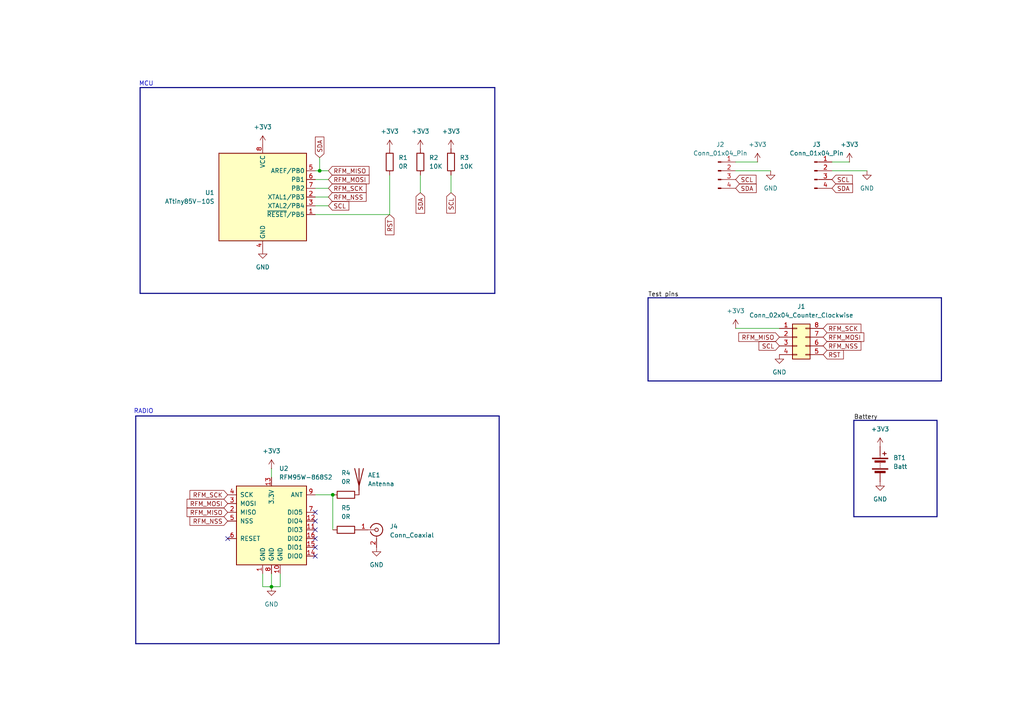
<source format=kicad_sch>
(kicad_sch (version 20250114) (generator "eeschema") (generator_version "9.0")
  (paper "A4")
  (lib_symbols
    (symbol "Connector:Conn_01x04_Pin" (pin_names (offset 1.016) (hide yes))
      (property "Reference" "J" (at 0 5.08 0))
      (property "Value" "Conn_01x04_Pin" (at 0 -7.62 0))
      (symbol "Conn_01x04_Pin_1_1"
        (rectangle (start 0.8636 2.667) (end 0 2.413) (stroke (width 0.1524)) (fill (type outline)))
        (rectangle (start 0.8636 0.127) (end 0 -0.127) (stroke (width 0.1524)) (fill (type outline)))
        (rectangle (start 0.8636 -2.413) (end 0 -2.667) (stroke (width 0.1524)) (fill (type outline)))
        (rectangle (start 0.8636 -4.953) (end 0 -5.207) (stroke (width 0.1524)) (fill (type outline)))
        (polyline (pts (xy 1.27 2.54) (xy 0.8636 2.54)) (stroke (width 0.1524)))
        (polyline (pts (xy 1.27 0) (xy 0.8636 0)) (stroke (width 0.1524)))
        (polyline (pts (xy 1.27 -2.54) (xy 0.8636 -2.54)) (stroke (width 0.1524)))
        (polyline (pts (xy 1.27 -5.08) (xy 0.8636 -5.08)) (stroke (width 0.1524)))
        (pin passive line (at 5.08 2.54 180) (length 3.81) (name "Pin_1") (number "1"))
        (pin passive line (at 5.08 0 180) (length 3.81) (name "Pin_2") (number "2"))
        (pin passive line (at 5.08 -2.54 180) (length 3.81) (name "Pin_3") (number "3"))
        (pin passive line (at 5.08 -5.08 180) (length 3.81) (name "Pin_4") (number "4"))
      )
    )
    (symbol "Connector:Conn_Coaxial" (pin_names (offset 1.016) (hide yes))
      (property "Reference" "J" (at 0.254 3.048 0))
      (property "Value" "Conn_Coaxial" (at 2.921 0 90))
      (symbol "Conn_Coaxial_0_1"
        (polyline (pts (xy -2.54 0) (xy -0.508 0)))
        (arc (start 1.778 0) (mid 0.222 -1.8079) (end -1.778 -0.508) (stroke (width 0.254)))
        (arc (start -1.778 0.508) (mid 0.2221 1.8084) (end 1.778 0) (stroke (width 0.254)))
        (circle (center 0 0) (radius 0.508) (stroke (width 0.2032)))
        (polyline (pts (xy 0 -2.54) (xy 0 -1.778)))
      )
      (symbol "Conn_Coaxial_1_1"
        (pin passive line (at -5.08 0 0) (length 2.54) (name "In") (number "1"))
        (pin passive line (at 0 -5.08 90) (length 2.54) (name "Ext") (number "2"))
      )
    )
    (symbol "Connector_Generic:Conn_02x04_Counter_Clockwise" (pin_names (offset 1.016) (hide yes))
      (property "Reference" "J" (at 1.27 5.08 0))
      (property "Value" "Conn_02x04_Counter_Clockwise" (at 1.27 -7.62 0))
      (symbol "Conn_02x04_Counter_Clockwise_1_1"
        (rectangle (start -1.27 3.81) (end 3.81 -6.35) (stroke (width 0.254)) (fill (type background)))
        (rectangle (start -1.27 2.667) (end 0 2.413) (stroke (width 0.1524)))
        (rectangle (start -1.27 0.127) (end 0 -0.127) (stroke (width 0.1524)))
        (rectangle (start -1.27 -2.413) (end 0 -2.667) (stroke (width 0.1524)))
        (rectangle (start -1.27 -4.953) (end 0 -5.207) (stroke (width 0.1524)))
        (rectangle (start 3.81 2.667) (end 2.54 2.413) (stroke (width 0.1524)))
        (rectangle (start 3.81 0.127) (end 2.54 -0.127) (stroke (width 0.1524)))
        (rectangle (start 3.81 -2.413) (end 2.54 -2.667) (stroke (width 0.1524)))
        (rectangle (start 3.81 -4.953) (end 2.54 -5.207) (stroke (width 0.1524)))
        (pin passive line (at -5.08 2.54 0) (length 3.81) (name "Pin_1") (number "1"))
        (pin passive line (at -5.08 0 0) (length 3.81) (name "Pin_2") (number "2"))
        (pin passive line (at -5.08 -2.54 0) (length 3.81) (name "Pin_3") (number "3"))
        (pin passive line (at -5.08 -5.08 0) (length 3.81) (name "Pin_4") (number "4"))
        (pin passive line (at 7.62 2.54 180) (length 3.81) (name "Pin_8") (number "8"))
        (pin passive line (at 7.62 0 180) (length 3.81) (name "Pin_7") (number "7"))
        (pin passive line (at 7.62 -2.54 180) (length 3.81) (name "Pin_6") (number "6"))
        (pin passive line (at 7.62 -5.08 180) (length 3.81) (name "Pin_5") (number "5"))
      )
    )
    (symbol "Device:Antenna" (pin_numbers (hide yes)) (pin_names (offset 1.016) (hide yes))
      (property "Reference" "AE" (at -1.905 1.905 0))
      (property "Value" "Antenna" (at -1.905 0 0))
      (symbol "Antenna_0_1"
        (polyline (pts (xy 0 2.54) (xy 0 -3.81)) (stroke (width 0.254)))
        (polyline (pts (xy 1.27 2.54) (xy 0 -2.54) (xy -1.27 2.54)) (stroke (width 0.254)))
      )
      (symbol "Antenna_1_1"
        (pin input line (at 0 -5.08 90) (length 2.54) (name "A") (number "1"))
      )
    )
    (symbol "Device:Battery" (pin_numbers (hide yes)) (pin_names (offset 0) (hide yes))
      (property "Reference" "BT" (at 2.54 2.54 0))
      (property "Value" "Battery" (at 2.54 0 0))
      (symbol "Battery_0_1"
        (rectangle (start -2.286 1.778) (end 2.286 1.524) (fill (type outline)))
        (rectangle (start -2.286 -1.27) (end 2.286 -1.524) (fill (type outline)))
        (rectangle (start -1.524 1.016) (end 1.524 0.508) (fill (type outline)))
        (rectangle (start -1.524 -2.032) (end 1.524 -2.54) (fill (type outline)))
        (polyline (pts (xy 0 1.778) (xy 0 2.54)))
        (polyline (pts (xy 0 0) (xy 0 0.254)))
        (polyline (pts (xy 0 -0.508) (xy 0 -0.254)))
        (polyline (pts (xy 0 -1.016) (xy 0 -0.762)))
        (polyline (pts (xy 0.762 3.048) (xy 1.778 3.048)) (stroke (width 0.254)))
        (polyline (pts (xy 1.27 3.556) (xy 1.27 2.54)) (stroke (width 0.254)))
      )
      (symbol "Battery_1_1"
        (pin passive line (at 0 5.08 270) (length 2.54) (name "+") (number "1"))
        (pin passive line (at 0 -5.08 90) (length 2.54) (name "-") (number "2"))
      )
    )
    (symbol "Device:R" (pin_numbers (hide yes)) (pin_names (offset 0))
      (property "Reference" "R" (at 2.032 0 90))
      (property "Value" "R" (at 0 0 90))
      (symbol "R_0_1"
        (rectangle (start -1.016 -2.54) (end 1.016 2.54) (stroke (width 0.254)))
      )
      (symbol "R_1_1"
        (pin passive line (at 0 3.81 270) (length 1.27) (name "~") (number "1"))
        (pin passive line (at 0 -3.81 90) (length 1.27) (name "~") (number "2"))
      )
    )
    (symbol "MCU_Microchip_ATtiny:ATtiny85V-10S"
      (property "Reference" "U" (at -12.7 13.97 0))
      (property "Value" "ATtiny85V-10S" (at 2.54 -13.97 0))
      (symbol "ATtiny85V-10S_0_1"
        (rectangle (start -12.7 -12.7) (end 12.7 12.7) (stroke (width 0.254)) (fill (type background)))
      )
      (symbol "ATtiny85V-10S_1_1"
        (pin power_in line (at 0 15.24 270) (length 2.54) (name "VCC") (number "8"))
        (pin power_in line (at 0 -15.24 90) (length 2.54) (name "GND") (number "4"))
        (pin bidirectional line (at 15.24 7.62 180) (length 2.54) (name "AREF/PB0") (number "5"))
        (pin bidirectional line (at 15.24 5.08 180) (length 2.54) (name "PB1") (number "6"))
        (pin bidirectional line (at 15.24 2.54 180) (length 2.54) (name "PB2") (number "7"))
        (pin bidirectional line (at 15.24 0 180) (length 2.54) (name "XTAL1/PB3") (number "2"))
        (pin bidirectional line (at 15.24 -2.54 180) (length 2.54) (name "XTAL2/PB4") (number "3"))
        (pin bidirectional line (at 15.24 -5.08 180) (length 2.54) (name "~{RESET}/PB5") (number "1"))
      )
    )
    (symbol "RF_Module:RFM95W-868S2" (pin_names (offset 1.016))
      (property "Reference" "U" (at -10.414 11.684 0))
      (property "Value" "RFM95W-868S2" (at 1.524 11.43 0))
      (symbol "RFM95W-868S2_0_1"
        (rectangle (start -10.16 10.16) (end 10.16 -12.7) (stroke (width 0.254)) (fill (type background)))
      )
      (symbol "RFM95W-868S2_1_1"
        (pin input line (at -12.7 7.62 0) (length 2.54) (name "SCK") (number "4"))
        (pin input line (at -12.7 5.08 0) (length 2.54) (name "MOSI") (number "3"))
        (pin output line (at -12.7 2.54 0) (length 2.54) (name "MISO") (number "2"))
        (pin input line (at -12.7 0 0) (length 2.54) (name "NSS") (number "5"))
        (pin bidirectional line (at -12.7 -5.08 0) (length 2.54) (name "RESET") (number "6"))
        (pin power_in line (at -2.54 -15.24 90) (length 2.54) (name "GND") (number "1"))
        (pin power_in line (at 0 12.7 270) (length 2.54) (name "3.3V") (number "13"))
        (pin power_in line (at 0 -15.24 90) (length 2.54) (name "GND") (number "8"))
        (pin power_in line (at 2.54 -15.24 90) (length 2.54) (name "GND") (number "10"))
        (pin bidirectional line (at 12.7 7.62 180) (length 2.54) (name "ANT") (number "9"))
        (pin bidirectional line (at 12.7 2.54 180) (length 2.54) (name "DIO5") (number "7"))
        (pin bidirectional line (at 12.7 0 180) (length 2.54) (name "DIO4") (number "12"))
        (pin bidirectional line (at 12.7 -2.54 180) (length 2.54) (name "DIO3") (number "11"))
        (pin bidirectional line (at 12.7 -5.08 180) (length 2.54) (name "DIO2") (number "16"))
        (pin bidirectional line (at 12.7 -7.62 180) (length 2.54) (name "DIO1") (number "15"))
        (pin bidirectional line (at 12.7 -10.16 180) (length 2.54) (name "DIO0") (number "14"))
      )
    )
    (symbol "power:+1V0" (power) (pin_numbers (hide yes)) (pin_names (offset 0) (hide yes))
      (property "Value" "+1V0" (at 0 3.556 0))
      (symbol "+1V0_0_1"
        (polyline (pts (xy -0.762 1.27) (xy 0 2.54)))
        (polyline (pts (xy 0 2.54) (xy 0.762 1.27)))
        (polyline (pts (xy 0 0) (xy 0 2.54)))
      )
      (symbol "+1V0_1_1"
        (pin power_in line (at 0 0 90) (length 0) (name "~") (number "1"))
      )
    )
    (symbol "power:+3V3" (power) (pin_numbers (hide yes)) (pin_names (offset 0) (hide yes))
      (property "Value" "+3V3" (at 0 3.556 0))
      (symbol "+3V3_0_1"
        (polyline (pts (xy -0.762 1.27) (xy 0 2.54)))
        (polyline (pts (xy 0 2.54) (xy 0.762 1.27)))
        (polyline (pts (xy 0 0) (xy 0 2.54)))
      )
      (symbol "+3V3_1_1"
        (pin power_in line (at 0 0 90) (length 0) (name "~") (number "1"))
      )
    )
    (symbol "power:GND" (power) (pin_numbers (hide yes)) (pin_names (offset 0) (hide yes))
      (property "Value" "GND" (at 0 -3.81 0))
      (symbol "GND_0_1"
        (polyline (pts (xy 0 0) (xy 0 -1.27) (xy 1.27 -1.27) (xy 0 -2.54) (xy -1.27 -1.27) (xy 0 -1.27)))
      )
      (symbol "GND_1_1"
        (pin power_in line (at 0 0 270) (length 0) (name "~") (number "1"))
      )
    )
  )
  (text "MCU\n" (at 42.418 24.384 0) (effects (font (size 1.27 1.27))))
  (text "RADIO" (at 41.656 119.38 0) (effects (font (size 1.27 1.27))))
  (junction (at 78.74 170.18))
  (junction (at 96.52 143.51))
  (junction (at 92.71 49.53))
  (no_connect (at 91.44 161.29))
  (no_connect (at 66.04 156.21))
  (no_connect (at 91.44 156.21))
  (no_connect (at 91.44 158.75))
  (no_connect (at 91.44 153.67))
  (no_connect (at 91.44 151.13))
  (no_connect (at 91.44 148.59))
  (wire (pts (xy 213.36 95.25) (xy 226.06 95.25)))
  (wire (pts (xy 91.44 143.51) (xy 96.52 143.51)))
  (wire (pts (xy 95.25 57.15) (xy 91.44 57.15)))
  (wire (pts (xy 96.52 143.51) (xy 96.52 153.67)))
  (wire (pts (xy 76.2 166.37) (xy 76.2 170.18)))
  (wire (pts (xy 92.71 49.53) (xy 91.44 49.53)))
  (wire (pts (xy 246.38 46.99) (xy 241.3 46.99)))
  (wire (pts (xy 130.81 50.8) (xy 130.81 55.88)))
  (wire (pts (xy 95.25 52.07) (xy 91.44 52.07)))
  (bus (pts (xy 271.78 149.86) (xy 247.65 149.86)))
  (wire (pts (xy 95.25 59.69) (xy 91.44 59.69)))
  (wire (pts (xy 78.74 170.18) (xy 78.74 166.37)))
  (bus (pts (xy 187.96 86.36) (xy 187.96 110.49)))
  (bus (pts (xy 187.96 86.36) (xy 273.05 86.36)))
  (wire (pts (xy 95.25 49.53) (xy 92.71 49.53)))
  (bus (pts (xy 247.65 121.92) (xy 271.78 121.92)))
  (wire (pts (xy 76.2 170.18) (xy 78.74 170.18)))
  (wire (pts (xy 95.25 54.61) (xy 91.44 54.61)))
  (bus (pts (xy 271.78 121.92) (xy 271.78 149.86)))
  (bus (pts (xy 39.37 120.65) (xy 39.37 186.69)))
  (wire (pts (xy 92.71 45.72) (xy 92.71 49.53)))
  (wire (pts (xy 78.74 135.89) (xy 78.74 138.43)))
  (wire (pts (xy 251.46 49.53) (xy 241.3 49.53)))
  (wire (pts (xy 81.28 166.37) (xy 81.28 170.18)))
  (wire (pts (xy 219.71 46.99) (xy 213.36 46.99)))
  (wire (pts (xy 113.03 50.8) (xy 113.03 62.23)))
  (bus (pts (xy 39.37 120.65) (xy 144.78 120.65)))
  (wire (pts (xy 81.28 170.18) (xy 78.74 170.18)))
  (wire (pts (xy 91.44 62.23) (xy 113.03 62.23)))
  (wire (pts (xy 121.92 50.8) (xy 121.92 55.88)))
  (bus (pts (xy 40.64 85.09) (xy 143.51 85.09)))
  (bus (pts (xy 143.51 85.09) (xy 143.51 25.4)))
  (bus (pts (xy 144.78 120.65) (xy 144.78 186.69)))
  (bus (pts (xy 273.05 86.36) (xy 273.05 110.49)))
  (wire (pts (xy 223.52 49.53) (xy 213.36 49.53)))
  (bus (pts (xy 143.51 25.4) (xy 40.64 25.4)))
  (bus (pts (xy 247.65 121.92) (xy 247.65 149.86)))
  (bus (pts (xy 273.05 110.49) (xy 187.96 110.49)))
  (bus (pts (xy 40.64 25.4) (xy 40.64 85.09)))
  (bus (pts (xy 144.78 186.69) (xy 39.37 186.69)))
  (label "Battery" (at 247.65 121.92 0))
  (label "Test pins" (at 187.96 86.36 0))
  (global_label "RFM_MISO" (shape input) (at 66.04 148.59 180) (property "Intersheetrefs" "${INTERSHEET_REFS}" (effects (hide yes))))
  (global_label "SCL" (shape input) (at 241.3 52.07 0) (property "Intersheetrefs" "${INTERSHEET_REFS}" (effects (hide yes))))
  (global_label "RFM_SCK" (shape input) (at 66.04 143.51 180) (property "Intersheetrefs" "${INTERSHEET_REFS}" (effects (hide yes))))
  (global_label "RST" (shape input) (at 238.76 102.87 0) (property "Intersheetrefs" "${INTERSHEET_REFS}" (effects (hide yes))))
  (global_label "RFM_MISO" (shape input) (at 95.25 49.53 0) (property "Intersheetrefs" "${INTERSHEET_REFS}" (effects (hide yes))))
  (global_label "RFM_SCK" (shape input) (at 238.76 95.25 0) (property "Intersheetrefs" "${INTERSHEET_REFS}" (effects (hide yes))))
  (global_label "RFM_MISO" (shape input) (at 226.06 97.79 180) (property "Intersheetrefs" "${INTERSHEET_REFS}" (effects (hide yes))))
  (global_label "SDA" (shape input) (at 241.3 54.61 0) (property "Intersheetrefs" "${INTERSHEET_REFS}" (effects (hide yes))))
  (global_label "RFM_NSS" (shape input) (at 66.04 151.13 180) (property "Intersheetrefs" "${INTERSHEET_REFS}" (effects (hide yes))))
  (global_label "SCL" (shape input) (at 130.81 55.88 270) (property "Intersheetrefs" "${INTERSHEET_REFS}" (effects (hide yes))))
  (global_label "RFM_MOSI" (shape input) (at 95.25 52.07 0) (property "Intersheetrefs" "${INTERSHEET_REFS}" (effects (hide yes))))
  (global_label "SDA" (shape input) (at 92.71 45.72 90) (property "Intersheetrefs" "${INTERSHEET_REFS}" (effects (hide yes))))
  (global_label "RFM_NSS" (shape input) (at 238.76 100.33 0) (property "Intersheetrefs" "${INTERSHEET_REFS}" (effects (hide yes))))
  (global_label "RFM_NSS" (shape input) (at 95.25 57.15 0) (property "Intersheetrefs" "${INTERSHEET_REFS}" (effects (hide yes))))
  (global_label "RFM_MOSI" (shape input) (at 238.76 97.79 0) (property "Intersheetrefs" "${INTERSHEET_REFS}" (effects (hide yes))))
  (global_label "SCL" (shape input) (at 213.36 52.07 0) (property "Intersheetrefs" "${INTERSHEET_REFS}" (effects (hide yes))))
  (global_label "SCL" (shape input) (at 95.25 59.69 0) (property "Intersheetrefs" "${INTERSHEET_REFS}" (effects (hide yes))))
  (global_label "RFM_MOSI" (shape input) (at 66.04 146.05 180) (property "Intersheetrefs" "${INTERSHEET_REFS}" (effects (hide yes))))
  (global_label "RST" (shape input) (at 113.03 62.23 270) (property "Intersheetrefs" "${INTERSHEET_REFS}" (effects (hide yes))))
  (global_label "SDA" (shape input) (at 121.92 55.88 270) (property "Intersheetrefs" "${INTERSHEET_REFS}" (effects (hide yes))))
  (global_label "SCL" (shape input) (at 226.06 100.33 180) (property "Intersheetrefs" "${INTERSHEET_REFS}" (effects (hide yes))))
  (global_label "SDA" (shape input) (at 213.36 54.61 0) (property "Intersheetrefs" "${INTERSHEET_REFS}" (effects (hide yes))))
  (global_label "RFM_SCK" (shape input) (at 95.25 54.61 0) (property "Intersheetrefs" "${INTERSHEET_REFS}" (effects (hide yes))))
  (symbol (lib_id "power:GND") (at 226.06 102.87 0) (unit 1)
    (property "Reference" "#PWR023" (effects (hide yes)))
    (property "Value" "GND" (at 226.06 107.95 0))
    (property "Description" "Power symbol creates a global label with name \"GND\" , ground" (effects (hide yes)))
  )
  (symbol (lib_id "Device:Antenna") (at 104.14 138.43 0) (unit 1)
    (property "Reference" "AE1" (at 106.68 137.7949 0) (effects (justify left)))
    (property "Value" "Antenna" (at 106.68 140.3349 0) (effects (justify left)))
    (property "Footprint" "RF_Antenna:Texas_SWRA416_868MHz_915MHz" (effects (hide yes)))
    (property "Description" "Antenna" (effects (hide yes)))
  )
  (symbol (lib_id "Connector:Conn_01x04_Pin") (at 236.22 49.53 0) (unit 1)
    (property "Reference" "J3" (at 236.855 41.91 0))
    (property "Value" "Conn_01x04_Pin" (at 236.855 44.45 0))
    (property "Footprint" "Connector_PinHeader_2.54mm:PinHeader_1x04_P2.54mm_Vertical" (effects (hide yes)))
    (property "Description" "Generic connector, single row, 01x04, script generated" (effects (hide yes)))
  )
  (symbol (lib_id "power:+3V3") (at 113.03 43.18 0) (unit 1)
    (property "Reference" "#PWR08" (effects (hide yes)))
    (property "Value" "+3V3" (at 113.03 38.1 0))
    (property "Description" "Power symbol creates a global label with name \"+3V3\"" (effects (hide yes)))
  )
  (symbol (lib_id "Connector_Generic:Conn_02x04_Counter_Clockwise") (at 231.14 97.79 0) (unit 1)
    (property "Reference" "J1" (at 232.41 88.9 0))
    (property "Value" "Conn_02x04_Counter_Clockwise" (at 232.41 91.44 0))
    (property "Footprint" "Connector_PinHeader_2.54mm:PinHeader_2x04_P2.54mm_Vertical" (effects (hide yes)))
    (property "Description" "Generic connector, double row, 02x04, counter clockwise pin numbering scheme (similar to DIP package numbering), script generated (kicad-library-utils/schlib/autogen/connector/)" (effects (hide yes)))
  )
  (symbol (lib_id "power:+1V0") (at 255.27 129.54 0) (unit 1)
    (property "Reference" "#PWR012" (effects (hide yes)))
    (property "Value" "+3V3" (at 255.27 124.46 0))
    (property "Description" "Power symbol creates a global label with name \"+1V0\"" (effects (hide yes)))
  )
  (symbol (lib_id "power:GND") (at 78.74 170.18 0) (unit 1)
    (property "Reference" "#PWR06" (effects (hide yes)))
    (property "Value" "GND" (at 78.74 175.26 0))
    (property "Description" "Power symbol creates a global label with name \"GND\" , ground" (effects (hide yes)))
  )
  (symbol (lib_id "Connector:Conn_Coaxial") (at 109.22 153.67 0) (unit 1)
    (property "Reference" "J4" (at 113.03 152.6931 0) (effects (justify left)))
    (property "Value" "Conn_Coaxial" (at 113.03 155.2331 0) (effects (justify left)))
    (property "Footprint" "Connector_Coaxial:U.FL_Molex_MCRF_73412-0110_Vertical" (effects (hide yes)))
    (property "Description" "coaxial connector (BNC, SMA, SMB, SMC, Cinch/RCA, LEMO, ...)" (effects (hide yes)))
  )
  (symbol (lib_id "Device:R") (at 113.03 46.99 0) (unit 1)
    (property "Reference" "R1" (at 115.57 45.7199 0) (effects (justify left)))
    (property "Value" "0R" (at 115.57 48.2599 0) (effects (justify left)))
    (property "Footprint" "Capacitor_SMD:C_0805_2012Metric_Pad1.18x1.45mm_HandSolder" (effects (hide yes)))
    (property "Description" "Resistor" (effects (hide yes)))
  )
  (symbol (lib_id "power:GND") (at 109.22 158.75 0) (unit 1)
    (property "Reference" "#PWR014" (effects (hide yes)))
    (property "Value" "GND" (at 109.22 163.83 0))
    (property "Description" "Power symbol creates a global label with name \"GND\" , ground" (effects (hide yes)))
  )
  (symbol (lib_id "RF_Module:RFM95W-868S2") (at 78.74 151.13 0) (unit 1)
    (property "Reference" "U2" (at 80.9341 135.89 0) (effects (justify left)))
    (property "Value" "RFM95W-868S2" (at 80.9341 138.43 0) (effects (justify left)))
    (property "Footprint" "RF_Module:HOPERF_RFM9XW_SMD" (effects (hide yes)))
    (property "Datasheet" "https://www.hoperf.com/data/upload/portal/20181127/5bfcbea20e9ef.pdf" (effects (hide yes)))
    (property "Description" "Low power long range transceiver module, SPI and parallel interface, 868 MHz, spreading factor 6 to12, bandwidth 7.8 to 500kHz, -111 to -148 dBm, SMD-16, DIP-16" (effects (hide yes)))
  )
  (symbol (lib_id "Device:Battery") (at 255.27 134.62 0) (unit 1)
    (property "Reference" "BT1" (at 259.08 132.7784 0) (effects (justify left)))
    (property "Value" "Batt" (at 259.08 135.3184 0) (effects (justify left)))
    (property "Footprint" "Battery:BatteryHolder_MYOUNG_BS-07-A1BJ001_CR2032" (effects (hide yes)))
    (property "Description" "Multiple-cell battery" (effects (hide yes)))
  )
  (symbol (lib_id "power:GND") (at 255.27 139.7 0) (unit 1)
    (property "Reference" "#PWR011" (effects (hide yes)))
    (property "Value" "GND" (at 255.27 144.78 0))
    (property "Description" "Power symbol creates a global label with name \"GND\" , ground" (effects (hide yes)))
  )
  (symbol (lib_id "power:GND") (at 76.2 72.39 0) (unit 1)
    (property "Reference" "#PWR01" (effects (hide yes)))
    (property "Value" "GND" (at 76.2 77.47 0))
    (property "Description" "Power symbol creates a global label with name \"GND\" , ground" (effects (hide yes)))
  )
  (symbol (lib_id "Device:R") (at 100.33 143.51 270) (unit 1)
    (property "Reference" "R4" (at 100.33 137.16 90))
    (property "Value" "0R" (at 100.33 139.7 90))
    (property "Footprint" "Capacitor_SMD:C_0805_2012Metric_Pad1.18x1.45mm_HandSolder" (effects (hide yes)))
    (property "Description" "Resistor" (effects (hide yes)))
  )
  (symbol (lib_id "power:+3V3") (at 246.38 46.99 0) (unit 1)
    (property "Reference" "#PWR013" (effects (hide yes)))
    (property "Value" "+3V3" (at 246.38 41.91 0))
    (property "Description" "Power symbol creates a global label with name \"+3V3\"" (effects (hide yes)))
  )
  (symbol (lib_id "power:+3V3") (at 219.71 46.99 0) (unit 1)
    (property "Reference" "#PWR010" (effects (hide yes)))
    (property "Value" "+3V3" (at 219.71 41.91 0))
    (property "Description" "Power symbol creates a global label with name \"+3V3\"" (effects (hide yes)))
  )
  (symbol (lib_id "Device:R") (at 121.92 46.99 0) (unit 1)
    (property "Reference" "R2" (at 124.46 45.7199 0) (effects (justify left)))
    (property "Value" "10K" (at 124.46 48.2599 0) (effects (justify left)))
    (property "Footprint" "Capacitor_SMD:C_0805_2012Metric_Pad1.18x1.45mm_HandSolder" (effects (hide yes)))
    (property "Description" "Resistor" (effects (hide yes)))
  )
  (symbol (lib_id "power:+3V3") (at 213.36 95.25 0) (unit 1)
    (property "Reference" "#PWR022" (effects (hide yes)))
    (property "Value" "+3V3" (at 213.36 90.17 0))
    (property "Description" "Power symbol creates a global label with name \"+3V3\"" (effects (hide yes)))
  )
  (symbol (lib_id "power:GND") (at 223.52 49.53 0) (unit 1)
    (property "Reference" "#PWR03" (effects (hide yes)))
    (property "Value" "GND" (at 223.52 54.61 0))
    (property "Description" "Power symbol creates a global label with name \"GND\" , ground" (effects (hide yes)))
  )
  (symbol (lib_id "Device:R") (at 130.81 46.99 0) (unit 1)
    (property "Reference" "R3" (at 133.35 45.7199 0) (effects (justify left)))
    (property "Value" "10K" (at 133.35 48.2599 0) (effects (justify left)))
    (property "Footprint" "Capacitor_SMD:C_0805_2012Metric_Pad1.18x1.45mm_HandSolder" (effects (hide yes)))
    (property "Description" "Resistor" (effects (hide yes)))
  )
  (symbol (lib_id "power:+3V3") (at 78.74 135.89 0) (unit 1)
    (property "Reference" "#PWR07" (effects (hide yes)))
    (property "Value" "+3V3" (at 78.74 130.81 0))
    (property "Description" "Power symbol creates a global label with name \"+3V3\"" (effects (hide yes)))
  )
  (symbol (lib_id "power:GND") (at 251.46 49.53 0) (unit 1)
    (property "Reference" "#PWR09" (effects (hide yes)))
    (property "Value" "GND" (at 251.46 54.61 0))
    (property "Description" "Power symbol creates a global label with name \"GND\" , ground" (effects (hide yes)))
  )
  (symbol (lib_id "Connector:Conn_01x04_Pin") (at 208.28 49.53 0) (unit 1)
    (property "Reference" "J2" (at 208.915 41.91 0))
    (property "Value" "Conn_01x04_Pin" (at 208.915 44.45 0))
    (property "Footprint" "Connector_PinHeader_2.54mm:PinHeader_1x04_P2.54mm_Vertical" (effects (hide yes)))
    (property "Description" "Generic connector, single row, 01x04, script generated" (effects (hide yes)))
  )
  (symbol (lib_id "MCU_Microchip_ATtiny:ATtiny85V-10S") (at 76.2 57.15 0) (unit 1)
    (property "Reference" "U1" (at 62.23 55.8799 0) (effects (justify right)))
    (property "Value" "ATtiny85V-10S" (at 62.23 58.4199 0) (effects (justify right)))
    (property "Footprint" "Package_SO:SOIC-8_5.3x5.3mm_P1.27mm" (effects (hide yes)))
    (property "Datasheet" "http://ww1.microchip.com/downloads/en/DeviceDoc/atmel-2586-avr-8-bit-microcontroller-attiny25-attiny45-attiny85_datasheet.pdf" (effects (hide yes)))
    (property "Description" "10MHz, 8kB Flash, 512B SRAM, 512B EEPROM, debugWIRE, SOIC-8W" (effects (hide yes)))
  )
  (symbol (lib_id "power:+3V3") (at 121.92 43.18 0) (unit 1)
    (property "Reference" "#PWR04" (effects (hide yes)))
    (property "Value" "+3V3" (at 121.92 38.1 0))
    (property "Description" "Power symbol creates a global label with name \"+3V3\"" (effects (hide yes)))
  )
  (symbol (lib_id "power:+3V3") (at 76.2 41.91 0) (unit 1)
    (property "Reference" "#PWR02" (effects (hide yes)))
    (property "Value" "+3V3" (at 76.2 36.83 0))
    (property "Description" "Power symbol creates a global label with name \"+3V3\"" (effects (hide yes)))
  )
  (symbol (lib_id "Device:R") (at 100.33 153.67 270) (unit 1)
    (property "Reference" "R5" (at 100.33 147.32 90))
    (property "Value" "0R" (at 100.33 149.86 90))
    (property "Footprint" "Capacitor_SMD:C_0805_2012Metric_Pad1.18x1.45mm_HandSolder" (effects (hide yes)))
    (property "Description" "Resistor" (effects (hide yes)))
  )
  (symbol (lib_id "power:+3V3") (at 130.81 43.18 0) (unit 1)
    (property "Reference" "#PWR05" (effects (hide yes)))
    (property "Value" "+3V3" (at 130.81 38.1 0))
    (property "Description" "Power symbol creates a global label with name \"+3V3\"" (effects (hide yes)))
  )
)
</source>
